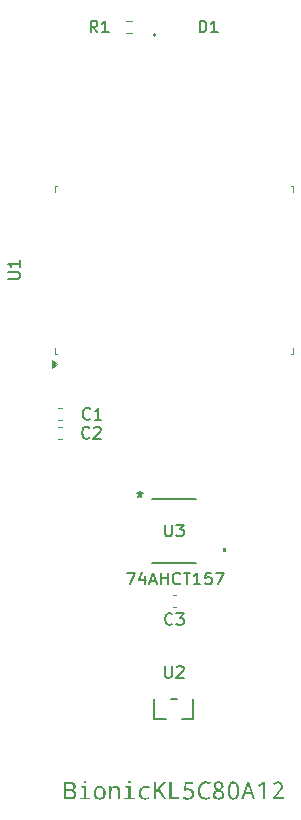
<source format=gbr>
G04 #@! TF.GenerationSoftware,KiCad,Pcbnew,9.0.6-9.0.6~ubuntu25.10.1*
G04 #@! TF.CreationDate,2025-11-15T18:36:26+09:00*
G04 #@! TF.ProjectId,bionic-kl5c80a12,62696f6e-6963-42d6-9b6c-356338306131,2*
G04 #@! TF.SameCoordinates,Original*
G04 #@! TF.FileFunction,Legend,Top*
G04 #@! TF.FilePolarity,Positive*
%FSLAX46Y46*%
G04 Gerber Fmt 4.6, Leading zero omitted, Abs format (unit mm)*
G04 Created by KiCad (PCBNEW 9.0.6-9.0.6~ubuntu25.10.1) date 2025-11-15 18:36:26*
%MOMM*%
%LPD*%
G01*
G04 APERTURE LIST*
%ADD10C,0.150000*%
%ADD11C,0.120000*%
%ADD12C,0.152400*%
%ADD13C,0.000000*%
G04 APERTURE END LIST*
D10*
G36*
X104993716Y-135676957D02*
G01*
X105106128Y-135695966D01*
X105191520Y-135724097D01*
X105255303Y-135759448D01*
X105308968Y-135808979D01*
X105348034Y-135871540D01*
X105372897Y-135949979D01*
X105381882Y-136048509D01*
X105372535Y-136132661D01*
X105345676Y-136204404D01*
X105301374Y-136266496D01*
X105242903Y-136315933D01*
X105171313Y-136351161D01*
X105083662Y-136371917D01*
X105083662Y-136382175D01*
X105195923Y-136410284D01*
X105280376Y-136450758D01*
X105342709Y-136502106D01*
X105386761Y-136564717D01*
X105414106Y-136640817D01*
X105423831Y-136734160D01*
X105414976Y-136834321D01*
X105389834Y-136919279D01*
X105349405Y-136991916D01*
X105293130Y-137054270D01*
X105225032Y-137103334D01*
X105144672Y-137139492D01*
X105049694Y-137162373D01*
X104937116Y-137170500D01*
X104397095Y-137170500D01*
X104397095Y-137007559D01*
X104588704Y-137007559D01*
X104903319Y-137007559D01*
X105009384Y-136998123D01*
X105087955Y-136972830D01*
X105145547Y-136934364D01*
X105186528Y-136882684D01*
X105212491Y-136815043D01*
X105221964Y-136726466D01*
X105212664Y-136646542D01*
X105186883Y-136584595D01*
X105145423Y-136536312D01*
X105085900Y-136499629D01*
X105003160Y-136475119D01*
X104889947Y-136465889D01*
X104588704Y-136465889D01*
X104588704Y-137007559D01*
X104397095Y-137007559D01*
X104397095Y-136302949D01*
X104588704Y-136302949D01*
X104879780Y-136302949D01*
X104985523Y-136295385D01*
X105060696Y-136275652D01*
X105112879Y-136246895D01*
X105151851Y-136204117D01*
X105176849Y-136144221D01*
X105186152Y-136061240D01*
X105176444Y-135983708D01*
X105150002Y-135927028D01*
X105107750Y-135885843D01*
X105052510Y-135858816D01*
X104972378Y-135840044D01*
X104859264Y-135832812D01*
X104588704Y-135832812D01*
X104588704Y-136302949D01*
X104397095Y-136302949D01*
X104397095Y-135669871D01*
X104847998Y-135669871D01*
X104993716Y-135676957D01*
G37*
G36*
X106166268Y-135581944D02*
G01*
X106214961Y-135589664D01*
X106247097Y-135610434D01*
X106267225Y-135644856D01*
X106274895Y-135698631D01*
X106266131Y-135752334D01*
X106242563Y-135787291D01*
X106207437Y-135809110D01*
X106166268Y-135816417D01*
X106117124Y-135808625D01*
X106084691Y-135787660D01*
X106064376Y-135752914D01*
X106056634Y-135698631D01*
X106064343Y-135644950D01*
X106084606Y-135610522D01*
X106117033Y-135589697D01*
X106166268Y-135581944D01*
G37*
G36*
X106071929Y-136191574D02*
G01*
X105796332Y-136170233D01*
X105796332Y-136045028D01*
X106258500Y-136045028D01*
X106258500Y-137023954D01*
X106619186Y-137044470D01*
X106619186Y-137170500D01*
X105719487Y-137170500D01*
X105719487Y-137044470D01*
X106071929Y-137023954D01*
X106071929Y-136191574D01*
G37*
G36*
X107516364Y-136037777D02*
G01*
X107611935Y-136067647D01*
X107697052Y-136116695D01*
X107773508Y-136186353D01*
X107834089Y-136269333D01*
X107878354Y-136365595D01*
X107906132Y-136477641D01*
X107915932Y-136608680D01*
X107906111Y-136744302D01*
X107878469Y-136858635D01*
X107834792Y-136955297D01*
X107775523Y-137037143D01*
X107700281Y-137105204D01*
X107614431Y-137153664D01*
X107515867Y-137183517D01*
X107401557Y-137193947D01*
X107293992Y-137183632D01*
X107198988Y-137153756D01*
X107113973Y-137104580D01*
X107037208Y-137034578D01*
X106976511Y-136951290D01*
X106932096Y-136854379D01*
X106904184Y-136741273D01*
X106894325Y-136608680D01*
X107086941Y-136608680D01*
X107095575Y-136738761D01*
X107118764Y-136837817D01*
X107153483Y-136912285D01*
X107198313Y-136967293D01*
X107253625Y-137006274D01*
X107321531Y-137030571D01*
X107405587Y-137039250D01*
X107489311Y-137030585D01*
X107556973Y-137006323D01*
X107612110Y-136967383D01*
X107656820Y-136912403D01*
X107691462Y-136837937D01*
X107714606Y-136738845D01*
X107723225Y-136608680D01*
X107714613Y-136480148D01*
X107691464Y-136382160D01*
X107656764Y-136308379D01*
X107611880Y-136253774D01*
X107556395Y-136215002D01*
X107488154Y-136190796D01*
X107403572Y-136182140D01*
X107319985Y-136190752D01*
X107252479Y-136214855D01*
X107197517Y-136253508D01*
X107152992Y-136308029D01*
X107118524Y-136381803D01*
X107095509Y-136479897D01*
X107086941Y-136608680D01*
X106894325Y-136608680D01*
X106904043Y-136473982D01*
X106931389Y-136360445D01*
X106974586Y-136264476D01*
X107033178Y-136183239D01*
X107107643Y-136115805D01*
X107193256Y-136067643D01*
X107292219Y-136037874D01*
X107407693Y-136027443D01*
X107516364Y-136037777D01*
G37*
G36*
X108944134Y-137170500D02*
G01*
X108944134Y-136447846D01*
X108936098Y-136360143D01*
X108914486Y-136294869D01*
X108881432Y-136246713D01*
X108836708Y-136212199D01*
X108777779Y-136190198D01*
X108700227Y-136182140D01*
X108616362Y-136190532D01*
X108548923Y-136213944D01*
X108494332Y-136251290D01*
X108450385Y-136303628D01*
X108416554Y-136374009D01*
X108394057Y-136467116D01*
X108385703Y-136588896D01*
X108385703Y-137170500D01*
X108199223Y-137170500D01*
X108199223Y-136045028D01*
X108349891Y-136045028D01*
X108377551Y-136199543D01*
X108387809Y-136199543D01*
X108434586Y-136138377D01*
X108490743Y-136091230D01*
X108557498Y-136056826D01*
X108636970Y-136035147D01*
X108732009Y-136027443D01*
X108844173Y-136036951D01*
X108932294Y-136063033D01*
X109001416Y-136103486D01*
X109055122Y-136158227D01*
X109095141Y-136229294D01*
X109121109Y-136320575D01*
X109130613Y-136437405D01*
X109130613Y-137170500D01*
X108944134Y-137170500D01*
G37*
G36*
X109942751Y-135581944D02*
G01*
X109991444Y-135589664D01*
X110023579Y-135610434D01*
X110043708Y-135644856D01*
X110051378Y-135698631D01*
X110042614Y-135752334D01*
X110019046Y-135787291D01*
X109983920Y-135809110D01*
X109942751Y-135816417D01*
X109893607Y-135808625D01*
X109861174Y-135787660D01*
X109840859Y-135752914D01*
X109833116Y-135698631D01*
X109840826Y-135644950D01*
X109861089Y-135610522D01*
X109893516Y-135589697D01*
X109942751Y-135581944D01*
G37*
G36*
X109848412Y-136191574D02*
G01*
X109572815Y-136170233D01*
X109572815Y-136045028D01*
X110034983Y-136045028D01*
X110034983Y-137023954D01*
X110395669Y-137044470D01*
X110395669Y-137170500D01*
X109495970Y-137170500D01*
X109495970Y-137044470D01*
X109848412Y-137023954D01*
X109848412Y-136191574D01*
G37*
G36*
X111640117Y-136087893D02*
G01*
X111576552Y-136249826D01*
X111472491Y-136215363D01*
X111381606Y-136196314D01*
X111301962Y-136190383D01*
X111196976Y-136199824D01*
X111113825Y-136225870D01*
X111047885Y-136266656D01*
X110996006Y-136322524D01*
X110956892Y-136395962D01*
X110931282Y-136491295D01*
X110921859Y-136614267D01*
X110931073Y-136735439D01*
X110956098Y-136829283D01*
X110994276Y-136901479D01*
X111044838Y-136956313D01*
X111109001Y-136996281D01*
X111189797Y-137021773D01*
X111291704Y-137031006D01*
X111397886Y-137024181D01*
X111507227Y-137003300D01*
X111620608Y-136967442D01*
X111620608Y-137131390D01*
X111527009Y-137164837D01*
X111415704Y-137186282D01*
X111283461Y-137193947D01*
X111152647Y-137183556D01*
X111043339Y-137154347D01*
X110951635Y-137108077D01*
X110874599Y-137044837D01*
X110813566Y-136966413D01*
X110768349Y-136871374D01*
X110739495Y-136756309D01*
X110729152Y-136616831D01*
X110736044Y-136499118D01*
X110755451Y-136398757D01*
X110785931Y-136313178D01*
X110826708Y-136240199D01*
X110877713Y-136178110D01*
X110956244Y-136114306D01*
X111049918Y-136067538D01*
X111161775Y-136037971D01*
X111295826Y-136027443D01*
X111416275Y-136034292D01*
X111530736Y-136054512D01*
X111640117Y-136087893D01*
G37*
G36*
X113039353Y-137170500D02*
G01*
X112823107Y-137170500D01*
X112362037Y-136454074D01*
X112218514Y-136571036D01*
X112218514Y-137170500D01*
X112028005Y-137170500D01*
X112028005Y-135669871D01*
X112218514Y-135669871D01*
X112218514Y-136420185D01*
X112342529Y-136247719D01*
X112806712Y-135669871D01*
X113020852Y-135669871D01*
X112487059Y-136323740D01*
X113039353Y-137170500D01*
G37*
G36*
X113309364Y-137170500D02*
G01*
X113309364Y-135669871D01*
X113500972Y-135669871D01*
X113500972Y-137002430D01*
X114151635Y-137002430D01*
X114151635Y-137170500D01*
X113309364Y-137170500D01*
G37*
G36*
X114505635Y-137112980D02*
G01*
X114505635Y-136936759D01*
X114580987Y-136978434D01*
X114666448Y-137009127D01*
X114763658Y-137028379D01*
X114874564Y-137035128D01*
X114973439Y-137027288D01*
X115050432Y-137005917D01*
X115110101Y-136973110D01*
X115155817Y-136929305D01*
X115189425Y-136873228D01*
X115211006Y-136802071D01*
X115218854Y-136711811D01*
X115208513Y-136616973D01*
X115180100Y-136544307D01*
X115135064Y-136488536D01*
X115071464Y-136446829D01*
X114984323Y-136419303D01*
X114866320Y-136409011D01*
X114768844Y-136414655D01*
X114629649Y-136434657D01*
X114537417Y-136376130D01*
X114593745Y-135669871D01*
X115300828Y-135669871D01*
X115300828Y-135839956D01*
X114755678Y-135839956D01*
X114715745Y-136270709D01*
X114824948Y-136255240D01*
X114929885Y-136250192D01*
X115036707Y-136258243D01*
X115128725Y-136281142D01*
X115208426Y-136317769D01*
X115277747Y-136368070D01*
X115334981Y-136431243D01*
X115376023Y-136504581D01*
X115401502Y-136590098D01*
X115410463Y-136690654D01*
X115400638Y-136810020D01*
X115373015Y-136909537D01*
X115329179Y-136992888D01*
X115269046Y-137062788D01*
X115195095Y-137117838D01*
X115106150Y-137158641D01*
X114999206Y-137184646D01*
X114870442Y-137193947D01*
X114753538Y-137188063D01*
X114655571Y-137171667D01*
X114573750Y-137146298D01*
X114505635Y-137112980D01*
G37*
G36*
X116739999Y-136966435D02*
G01*
X116739999Y-137133222D01*
X116638473Y-137165595D01*
X116517337Y-137186467D01*
X116373177Y-137193947D01*
X116246136Y-137184991D01*
X116136674Y-137159556D01*
X116041968Y-137119031D01*
X115959758Y-137063736D01*
X115888477Y-136992904D01*
X115831319Y-136911494D01*
X115785163Y-136816054D01*
X115750445Y-136704406D01*
X115728279Y-136573914D01*
X115720407Y-136421559D01*
X115728680Y-136277450D01*
X115752229Y-136151495D01*
X115789630Y-136041197D01*
X115840149Y-135944421D01*
X115903772Y-135859465D01*
X115981341Y-135785814D01*
X116068594Y-135728674D01*
X116166886Y-135687137D01*
X116278166Y-135661304D01*
X116404867Y-135652286D01*
X116553007Y-135662707D01*
X116682870Y-135692523D01*
X116797335Y-135740397D01*
X116717376Y-135900223D01*
X116610048Y-135855006D01*
X116506315Y-135828879D01*
X116404867Y-135820356D01*
X116298007Y-135830987D01*
X116205630Y-135861552D01*
X116124748Y-135911619D01*
X116053432Y-135982838D01*
X115998419Y-136066733D01*
X115957537Y-136166036D01*
X115931532Y-136283646D01*
X115922274Y-136423116D01*
X115931335Y-136572561D01*
X115956324Y-136694055D01*
X115994727Y-136792411D01*
X116045189Y-136871638D01*
X116112056Y-136937775D01*
X116192283Y-136985422D01*
X116288593Y-137015268D01*
X116404959Y-137025877D01*
X116493117Y-137020285D01*
X116603386Y-137001566D01*
X116739999Y-136966435D01*
G37*
G36*
X117570132Y-135653125D02*
G01*
X117650974Y-135672151D01*
X117720860Y-135702472D01*
X117781481Y-135743877D01*
X117832392Y-135796610D01*
X117868453Y-135856979D01*
X117890610Y-135926507D01*
X117898351Y-136007476D01*
X117888168Y-136095417D01*
X117858230Y-136174362D01*
X117807648Y-136246688D01*
X117733254Y-136313735D01*
X117629898Y-136375672D01*
X117737087Y-136439854D01*
X117817626Y-136504882D01*
X117875970Y-136570733D01*
X117915586Y-136637900D01*
X117938780Y-136707396D01*
X117946528Y-136780688D01*
X117938007Y-136871709D01*
X117913543Y-136950576D01*
X117873665Y-137019679D01*
X117817385Y-137080649D01*
X117750089Y-137128832D01*
X117672202Y-137164056D01*
X117581748Y-137186156D01*
X117476208Y-137193947D01*
X117365021Y-137186359D01*
X117272387Y-137165146D01*
X117195163Y-137131932D01*
X117130818Y-137087335D01*
X117077503Y-137029906D01*
X117039188Y-136962499D01*
X117015321Y-136883123D01*
X117006895Y-136788931D01*
X117189345Y-136788931D01*
X117197697Y-136866277D01*
X117220617Y-136925440D01*
X117256871Y-136970745D01*
X117307943Y-137004545D01*
X117377769Y-137026812D01*
X117472178Y-137035128D01*
X117562750Y-137026748D01*
X117633135Y-137003783D01*
X117687783Y-136967992D01*
X117729471Y-136918550D01*
X117755067Y-136857333D01*
X117764170Y-136780780D01*
X117757023Y-136721679D01*
X117735813Y-136667667D01*
X117699599Y-136617198D01*
X117652827Y-136574050D01*
X117581997Y-136525229D01*
X117480329Y-136470011D01*
X117449555Y-136455631D01*
X117347796Y-136514258D01*
X117275524Y-136576332D01*
X117227111Y-136641888D01*
X117198856Y-136712049D01*
X117189345Y-136788931D01*
X117006895Y-136788931D01*
X117014711Y-136705151D01*
X117037516Y-136629651D01*
X117075277Y-136560678D01*
X117129196Y-136497004D01*
X117201615Y-136438032D01*
X117295865Y-136383824D01*
X117203992Y-136316254D01*
X117137113Y-136245460D01*
X117091332Y-136170978D01*
X117064232Y-136091579D01*
X117056230Y-136016269D01*
X117237430Y-136016269D01*
X117243345Y-136075670D01*
X117260342Y-136126952D01*
X117288171Y-136171790D01*
X117326079Y-136209652D01*
X117386985Y-136252108D01*
X117478314Y-136299743D01*
X117572339Y-136249346D01*
X117638409Y-136196196D01*
X117682190Y-136140408D01*
X117707511Y-136081062D01*
X117715993Y-136016269D01*
X117708193Y-135950614D01*
X117686483Y-135899428D01*
X117651422Y-135859282D01*
X117605476Y-135830370D01*
X117547484Y-135811927D01*
X117474193Y-135805243D01*
X117403651Y-135811854D01*
X117347047Y-135830229D01*
X117301452Y-135859282D01*
X117266717Y-135899385D01*
X117245176Y-135950568D01*
X117237430Y-136016269D01*
X117056230Y-136016269D01*
X117055072Y-136005370D01*
X117062934Y-135925094D01*
X117085475Y-135856052D01*
X117122268Y-135795960D01*
X117174415Y-135743327D01*
X117236369Y-135701850D01*
X117306306Y-135671715D01*
X117385653Y-135652972D01*
X117476208Y-135646424D01*
X117570132Y-135653125D01*
G37*
G36*
X118825703Y-135654805D02*
G01*
X118905946Y-135678827D01*
X118976133Y-135717859D01*
X119037934Y-135772688D01*
X119092149Y-135845452D01*
X119141160Y-135945187D01*
X119179281Y-136070514D01*
X119204423Y-136226671D01*
X119213599Y-136419636D01*
X119204920Y-136613762D01*
X119181229Y-136769394D01*
X119145526Y-136892798D01*
X119100013Y-136989505D01*
X119045959Y-137064177D01*
X118983584Y-137120409D01*
X118912021Y-137160501D01*
X118829399Y-137185267D01*
X118733021Y-137193947D01*
X118641713Y-137185610D01*
X118562465Y-137161681D01*
X118492946Y-137122731D01*
X118431533Y-137067906D01*
X118377464Y-136995011D01*
X118328714Y-136895281D01*
X118290760Y-136769791D01*
X118265710Y-136613252D01*
X118256564Y-136419636D01*
X118256584Y-136419178D01*
X118446066Y-136419178D01*
X118451732Y-136591671D01*
X118466786Y-136722834D01*
X118488639Y-136820328D01*
X118515217Y-136890964D01*
X118556377Y-136955978D01*
X118605362Y-136999822D01*
X118663286Y-137026012D01*
X118733021Y-137035128D01*
X118803756Y-137025961D01*
X118862582Y-136999630D01*
X118912381Y-136955597D01*
X118954305Y-136890414D01*
X118981533Y-136819475D01*
X119003871Y-136721905D01*
X119019236Y-136590991D01*
X119025013Y-136419178D01*
X119019247Y-136248511D01*
X119003902Y-136118229D01*
X118981566Y-136020910D01*
X118954305Y-135949957D01*
X118912381Y-135884774D01*
X118862582Y-135840741D01*
X118803756Y-135814410D01*
X118733021Y-135805243D01*
X118663255Y-135814339D01*
X118605322Y-135840463D01*
X118556351Y-135884173D01*
X118515217Y-135948949D01*
X118488639Y-136019327D01*
X118466786Y-136116484D01*
X118451732Y-136247217D01*
X118446066Y-136419178D01*
X118256584Y-136419178D01*
X118265195Y-136225507D01*
X118288749Y-136069943D01*
X118324232Y-135946664D01*
X118369439Y-135850124D01*
X118423089Y-135775646D01*
X118484946Y-135719612D01*
X118555852Y-135679696D01*
X118637653Y-135655057D01*
X118733021Y-135646424D01*
X118825703Y-135654805D01*
G37*
G36*
X120590213Y-137170500D02*
G01*
X120393475Y-137170500D01*
X120245922Y-136705492D01*
X119742812Y-136705492D01*
X119593244Y-137170500D01*
X119398521Y-137170500D01*
X119606519Y-136537422D01*
X119797126Y-136537422D01*
X120191608Y-136537422D01*
X120055321Y-136101723D01*
X119991848Y-135869540D01*
X119944679Y-136057576D01*
X119797126Y-136537422D01*
X119606519Y-136537422D01*
X119893479Y-135664010D01*
X120093239Y-135664010D01*
X120590213Y-137170500D01*
G37*
G36*
X121400244Y-137170500D02*
G01*
X121219901Y-137170500D01*
X121219901Y-136233614D01*
X121228144Y-135863129D01*
X121104130Y-135979266D01*
X120953463Y-136103647D01*
X120854086Y-135977251D01*
X121246554Y-135669871D01*
X121400244Y-135669871D01*
X121400244Y-137170500D01*
G37*
G36*
X122977717Y-137170500D02*
G01*
X122044312Y-137170500D01*
X122044312Y-137010673D01*
X122402891Y-136620678D01*
X122582306Y-136413426D01*
X122666216Y-136295713D01*
X122701437Y-136222201D01*
X122722597Y-136143992D01*
X122729780Y-136059775D01*
X122721922Y-135985625D01*
X122699939Y-135926066D01*
X122664659Y-135877875D01*
X122617501Y-135841487D01*
X122559947Y-135819063D01*
X122488987Y-135811105D01*
X122410661Y-135819077D01*
X122331141Y-135843581D01*
X122249020Y-135886397D01*
X122163106Y-135950415D01*
X122058601Y-135828507D01*
X122162516Y-135749429D01*
X122268229Y-135695064D01*
X122377118Y-135663006D01*
X122491002Y-135652286D01*
X122589940Y-135659819D01*
X122673505Y-135681070D01*
X122744373Y-135714789D01*
X122804610Y-135760821D01*
X122854023Y-135818550D01*
X122889556Y-135885143D01*
X122911623Y-135962338D01*
X122919373Y-136052539D01*
X122912962Y-136132531D01*
X122893218Y-136215451D01*
X122858923Y-136302308D01*
X122810522Y-136384954D01*
X122717236Y-136508410D01*
X122560703Y-136686166D01*
X122272741Y-136992263D01*
X122272741Y-137000415D01*
X122977717Y-137000415D01*
X122977717Y-137170500D01*
G37*
X109755571Y-117968819D02*
X110422237Y-117968819D01*
X110422237Y-117968819D02*
X109993666Y-118968819D01*
X111231761Y-118302152D02*
X111231761Y-118968819D01*
X110993666Y-117921200D02*
X110755571Y-118635485D01*
X110755571Y-118635485D02*
X111374618Y-118635485D01*
X111707952Y-118683104D02*
X112184142Y-118683104D01*
X111612714Y-118968819D02*
X111946047Y-117968819D01*
X111946047Y-117968819D02*
X112279380Y-118968819D01*
X112612714Y-118968819D02*
X112612714Y-117968819D01*
X112612714Y-118445009D02*
X113184142Y-118445009D01*
X113184142Y-118968819D02*
X113184142Y-117968819D01*
X114231761Y-118873580D02*
X114184142Y-118921200D01*
X114184142Y-118921200D02*
X114041285Y-118968819D01*
X114041285Y-118968819D02*
X113946047Y-118968819D01*
X113946047Y-118968819D02*
X113803190Y-118921200D01*
X113803190Y-118921200D02*
X113707952Y-118825961D01*
X113707952Y-118825961D02*
X113660333Y-118730723D01*
X113660333Y-118730723D02*
X113612714Y-118540247D01*
X113612714Y-118540247D02*
X113612714Y-118397390D01*
X113612714Y-118397390D02*
X113660333Y-118206914D01*
X113660333Y-118206914D02*
X113707952Y-118111676D01*
X113707952Y-118111676D02*
X113803190Y-118016438D01*
X113803190Y-118016438D02*
X113946047Y-117968819D01*
X113946047Y-117968819D02*
X114041285Y-117968819D01*
X114041285Y-117968819D02*
X114184142Y-118016438D01*
X114184142Y-118016438D02*
X114231761Y-118064057D01*
X114517476Y-117968819D02*
X115088904Y-117968819D01*
X114803190Y-118968819D02*
X114803190Y-117968819D01*
X115946047Y-118968819D02*
X115374619Y-118968819D01*
X115660333Y-118968819D02*
X115660333Y-117968819D01*
X115660333Y-117968819D02*
X115565095Y-118111676D01*
X115565095Y-118111676D02*
X115469857Y-118206914D01*
X115469857Y-118206914D02*
X115374619Y-118254533D01*
X116850809Y-117968819D02*
X116374619Y-117968819D01*
X116374619Y-117968819D02*
X116327000Y-118445009D01*
X116327000Y-118445009D02*
X116374619Y-118397390D01*
X116374619Y-118397390D02*
X116469857Y-118349771D01*
X116469857Y-118349771D02*
X116707952Y-118349771D01*
X116707952Y-118349771D02*
X116803190Y-118397390D01*
X116803190Y-118397390D02*
X116850809Y-118445009D01*
X116850809Y-118445009D02*
X116898428Y-118540247D01*
X116898428Y-118540247D02*
X116898428Y-118778342D01*
X116898428Y-118778342D02*
X116850809Y-118873580D01*
X116850809Y-118873580D02*
X116803190Y-118921200D01*
X116803190Y-118921200D02*
X116707952Y-118968819D01*
X116707952Y-118968819D02*
X116469857Y-118968819D01*
X116469857Y-118968819D02*
X116374619Y-118921200D01*
X116374619Y-118921200D02*
X116327000Y-118873580D01*
X117231762Y-117968819D02*
X117898428Y-117968819D01*
X117898428Y-117968819D02*
X117469857Y-118968819D01*
X99654819Y-93113904D02*
X100464342Y-93113904D01*
X100464342Y-93113904D02*
X100559580Y-93066285D01*
X100559580Y-93066285D02*
X100607200Y-93018666D01*
X100607200Y-93018666D02*
X100654819Y-92923428D01*
X100654819Y-92923428D02*
X100654819Y-92732952D01*
X100654819Y-92732952D02*
X100607200Y-92637714D01*
X100607200Y-92637714D02*
X100559580Y-92590095D01*
X100559580Y-92590095D02*
X100464342Y-92542476D01*
X100464342Y-92542476D02*
X99654819Y-92542476D01*
X100654819Y-91542476D02*
X100654819Y-92113904D01*
X100654819Y-91828190D02*
X99654819Y-91828190D01*
X99654819Y-91828190D02*
X99797676Y-91923428D01*
X99797676Y-91923428D02*
X99892914Y-92018666D01*
X99892914Y-92018666D02*
X99940533Y-92113904D01*
X107210633Y-72232819D02*
X106877300Y-71756628D01*
X106639205Y-72232819D02*
X106639205Y-71232819D01*
X106639205Y-71232819D02*
X107020157Y-71232819D01*
X107020157Y-71232819D02*
X107115395Y-71280438D01*
X107115395Y-71280438D02*
X107163014Y-71328057D01*
X107163014Y-71328057D02*
X107210633Y-71423295D01*
X107210633Y-71423295D02*
X107210633Y-71566152D01*
X107210633Y-71566152D02*
X107163014Y-71661390D01*
X107163014Y-71661390D02*
X107115395Y-71709009D01*
X107115395Y-71709009D02*
X107020157Y-71756628D01*
X107020157Y-71756628D02*
X106639205Y-71756628D01*
X108163014Y-72232819D02*
X107591586Y-72232819D01*
X107877300Y-72232819D02*
X107877300Y-71232819D01*
X107877300Y-71232819D02*
X107782062Y-71375676D01*
X107782062Y-71375676D02*
X107686824Y-71470914D01*
X107686824Y-71470914D02*
X107591586Y-71518533D01*
X112938095Y-113904819D02*
X112938095Y-114714342D01*
X112938095Y-114714342D02*
X112985714Y-114809580D01*
X112985714Y-114809580D02*
X113033333Y-114857200D01*
X113033333Y-114857200D02*
X113128571Y-114904819D01*
X113128571Y-114904819D02*
X113319047Y-114904819D01*
X113319047Y-114904819D02*
X113414285Y-114857200D01*
X113414285Y-114857200D02*
X113461904Y-114809580D01*
X113461904Y-114809580D02*
X113509523Y-114714342D01*
X113509523Y-114714342D02*
X113509523Y-113904819D01*
X113890476Y-113904819D02*
X114509523Y-113904819D01*
X114509523Y-113904819D02*
X114176190Y-114285771D01*
X114176190Y-114285771D02*
X114319047Y-114285771D01*
X114319047Y-114285771D02*
X114414285Y-114333390D01*
X114414285Y-114333390D02*
X114461904Y-114381009D01*
X114461904Y-114381009D02*
X114509523Y-114476247D01*
X114509523Y-114476247D02*
X114509523Y-114714342D01*
X114509523Y-114714342D02*
X114461904Y-114809580D01*
X114461904Y-114809580D02*
X114414285Y-114857200D01*
X114414285Y-114857200D02*
X114319047Y-114904819D01*
X114319047Y-114904819D02*
X114033333Y-114904819D01*
X114033333Y-114904819D02*
X113938095Y-114857200D01*
X113938095Y-114857200D02*
X113890476Y-114809580D01*
X110800000Y-111104819D02*
X110800000Y-111342914D01*
X110561905Y-111247676D02*
X110800000Y-111342914D01*
X110800000Y-111342914D02*
X111038095Y-111247676D01*
X110657143Y-111533390D02*
X110800000Y-111342914D01*
X110800000Y-111342914D02*
X110942857Y-111533390D01*
X106599133Y-104928980D02*
X106551514Y-104976600D01*
X106551514Y-104976600D02*
X106408657Y-105024219D01*
X106408657Y-105024219D02*
X106313419Y-105024219D01*
X106313419Y-105024219D02*
X106170562Y-104976600D01*
X106170562Y-104976600D02*
X106075324Y-104881361D01*
X106075324Y-104881361D02*
X106027705Y-104786123D01*
X106027705Y-104786123D02*
X105980086Y-104595647D01*
X105980086Y-104595647D02*
X105980086Y-104452790D01*
X105980086Y-104452790D02*
X106027705Y-104262314D01*
X106027705Y-104262314D02*
X106075324Y-104167076D01*
X106075324Y-104167076D02*
X106170562Y-104071838D01*
X106170562Y-104071838D02*
X106313419Y-104024219D01*
X106313419Y-104024219D02*
X106408657Y-104024219D01*
X106408657Y-104024219D02*
X106551514Y-104071838D01*
X106551514Y-104071838D02*
X106599133Y-104119457D01*
X107551514Y-105024219D02*
X106980086Y-105024219D01*
X107265800Y-105024219D02*
X107265800Y-104024219D01*
X107265800Y-104024219D02*
X107170562Y-104167076D01*
X107170562Y-104167076D02*
X107075324Y-104262314D01*
X107075324Y-104262314D02*
X106980086Y-104309933D01*
X115882905Y-72232819D02*
X115882905Y-71232819D01*
X115882905Y-71232819D02*
X116121000Y-71232819D01*
X116121000Y-71232819D02*
X116263857Y-71280438D01*
X116263857Y-71280438D02*
X116359095Y-71375676D01*
X116359095Y-71375676D02*
X116406714Y-71470914D01*
X116406714Y-71470914D02*
X116454333Y-71661390D01*
X116454333Y-71661390D02*
X116454333Y-71804247D01*
X116454333Y-71804247D02*
X116406714Y-71994723D01*
X116406714Y-71994723D02*
X116359095Y-72089961D01*
X116359095Y-72089961D02*
X116263857Y-72185200D01*
X116263857Y-72185200D02*
X116121000Y-72232819D01*
X116121000Y-72232819D02*
X115882905Y-72232819D01*
X117406714Y-72232819D02*
X116835286Y-72232819D01*
X117121000Y-72232819D02*
X117121000Y-71232819D01*
X117121000Y-71232819D02*
X117025762Y-71375676D01*
X117025762Y-71375676D02*
X116930524Y-71470914D01*
X116930524Y-71470914D02*
X116835286Y-71518533D01*
X112938095Y-125893619D02*
X112938095Y-126703142D01*
X112938095Y-126703142D02*
X112985714Y-126798380D01*
X112985714Y-126798380D02*
X113033333Y-126846000D01*
X113033333Y-126846000D02*
X113128571Y-126893619D01*
X113128571Y-126893619D02*
X113319047Y-126893619D01*
X113319047Y-126893619D02*
X113414285Y-126846000D01*
X113414285Y-126846000D02*
X113461904Y-126798380D01*
X113461904Y-126798380D02*
X113509523Y-126703142D01*
X113509523Y-126703142D02*
X113509523Y-125893619D01*
X113938095Y-125988857D02*
X113985714Y-125941238D01*
X113985714Y-125941238D02*
X114080952Y-125893619D01*
X114080952Y-125893619D02*
X114319047Y-125893619D01*
X114319047Y-125893619D02*
X114414285Y-125941238D01*
X114414285Y-125941238D02*
X114461904Y-125988857D01*
X114461904Y-125988857D02*
X114509523Y-126084095D01*
X114509523Y-126084095D02*
X114509523Y-126179333D01*
X114509523Y-126179333D02*
X114461904Y-126322190D01*
X114461904Y-126322190D02*
X113890476Y-126893619D01*
X113890476Y-126893619D02*
X114509523Y-126893619D01*
X106548333Y-106529180D02*
X106500714Y-106576800D01*
X106500714Y-106576800D02*
X106357857Y-106624419D01*
X106357857Y-106624419D02*
X106262619Y-106624419D01*
X106262619Y-106624419D02*
X106119762Y-106576800D01*
X106119762Y-106576800D02*
X106024524Y-106481561D01*
X106024524Y-106481561D02*
X105976905Y-106386323D01*
X105976905Y-106386323D02*
X105929286Y-106195847D01*
X105929286Y-106195847D02*
X105929286Y-106052990D01*
X105929286Y-106052990D02*
X105976905Y-105862514D01*
X105976905Y-105862514D02*
X106024524Y-105767276D01*
X106024524Y-105767276D02*
X106119762Y-105672038D01*
X106119762Y-105672038D02*
X106262619Y-105624419D01*
X106262619Y-105624419D02*
X106357857Y-105624419D01*
X106357857Y-105624419D02*
X106500714Y-105672038D01*
X106500714Y-105672038D02*
X106548333Y-105719657D01*
X106929286Y-105719657D02*
X106976905Y-105672038D01*
X106976905Y-105672038D02*
X107072143Y-105624419D01*
X107072143Y-105624419D02*
X107310238Y-105624419D01*
X107310238Y-105624419D02*
X107405476Y-105672038D01*
X107405476Y-105672038D02*
X107453095Y-105719657D01*
X107453095Y-105719657D02*
X107500714Y-105814895D01*
X107500714Y-105814895D02*
X107500714Y-105910133D01*
X107500714Y-105910133D02*
X107453095Y-106052990D01*
X107453095Y-106052990D02*
X106881667Y-106624419D01*
X106881667Y-106624419D02*
X107500714Y-106624419D01*
X113559833Y-122302580D02*
X113512214Y-122350200D01*
X113512214Y-122350200D02*
X113369357Y-122397819D01*
X113369357Y-122397819D02*
X113274119Y-122397819D01*
X113274119Y-122397819D02*
X113131262Y-122350200D01*
X113131262Y-122350200D02*
X113036024Y-122254961D01*
X113036024Y-122254961D02*
X112988405Y-122159723D01*
X112988405Y-122159723D02*
X112940786Y-121969247D01*
X112940786Y-121969247D02*
X112940786Y-121826390D01*
X112940786Y-121826390D02*
X112988405Y-121635914D01*
X112988405Y-121635914D02*
X113036024Y-121540676D01*
X113036024Y-121540676D02*
X113131262Y-121445438D01*
X113131262Y-121445438D02*
X113274119Y-121397819D01*
X113274119Y-121397819D02*
X113369357Y-121397819D01*
X113369357Y-121397819D02*
X113512214Y-121445438D01*
X113512214Y-121445438D02*
X113559833Y-121493057D01*
X113893167Y-121397819D02*
X114512214Y-121397819D01*
X114512214Y-121397819D02*
X114178881Y-121778771D01*
X114178881Y-121778771D02*
X114321738Y-121778771D01*
X114321738Y-121778771D02*
X114416976Y-121826390D01*
X114416976Y-121826390D02*
X114464595Y-121874009D01*
X114464595Y-121874009D02*
X114512214Y-121969247D01*
X114512214Y-121969247D02*
X114512214Y-122207342D01*
X114512214Y-122207342D02*
X114464595Y-122302580D01*
X114464595Y-122302580D02*
X114416976Y-122350200D01*
X114416976Y-122350200D02*
X114321738Y-122397819D01*
X114321738Y-122397819D02*
X114036024Y-122397819D01*
X114036024Y-122397819D02*
X113940786Y-122350200D01*
X113940786Y-122350200D02*
X113893167Y-122302580D01*
D11*
X103590000Y-99462000D02*
X103815000Y-99462000D01*
X123810000Y-99462000D02*
X123585000Y-99462000D01*
X103590000Y-98987000D02*
X103590000Y-99462000D01*
X123810000Y-98987000D02*
X123810000Y-99462000D01*
X103590000Y-85717000D02*
X103590000Y-85242000D01*
X123810000Y-85717000D02*
X123810000Y-85242000D01*
X103590000Y-85242000D02*
X103815000Y-85242000D01*
X123810000Y-85242000D02*
X123585000Y-85242000D01*
X103815000Y-100352000D02*
X103345000Y-100692000D01*
X103345000Y-100012000D01*
X103815000Y-100352000D01*
G36*
X103815000Y-100352000D02*
G01*
X103345000Y-100692000D01*
X103345000Y-100012000D01*
X103815000Y-100352000D01*
G37*
X110172024Y-71255500D02*
X109662576Y-71255500D01*
X110172024Y-72300500D02*
X109662576Y-72300500D01*
D12*
X111860576Y-117129700D02*
X115539424Y-117129700D01*
X115539424Y-111770300D02*
X111860576Y-111770300D01*
D13*
G36*
X118068800Y-116265501D02*
G01*
X117814800Y-116265501D01*
X117814800Y-115884501D01*
X118068800Y-115884501D01*
X118068800Y-116265501D01*
G37*
D11*
X104196467Y-104059400D02*
X103903933Y-104059400D01*
X104196467Y-105079400D02*
X103903933Y-105079400D01*
D12*
X112125200Y-72463800D02*
G75*
G02*
X111972800Y-72463800I-76200J0D01*
G01*
X111972800Y-72463800D02*
G75*
G02*
X112125200Y-72463800I76200J0D01*
G01*
X112048000Y-128686000D02*
X112048000Y-130340000D01*
X112048000Y-130340000D02*
X113037060Y-130340000D01*
X113987061Y-128686000D02*
X113412939Y-128686000D01*
X114362940Y-130340000D02*
X115352000Y-130340000D01*
X115352000Y-130340000D02*
X115352000Y-128686000D01*
D11*
X104195367Y-105659600D02*
X103902833Y-105659600D01*
X104195367Y-106679600D02*
X103902833Y-106679600D01*
X113872767Y-119883600D02*
X113580233Y-119883600D01*
X113872767Y-120903600D02*
X113580233Y-120903600D01*
M02*

</source>
